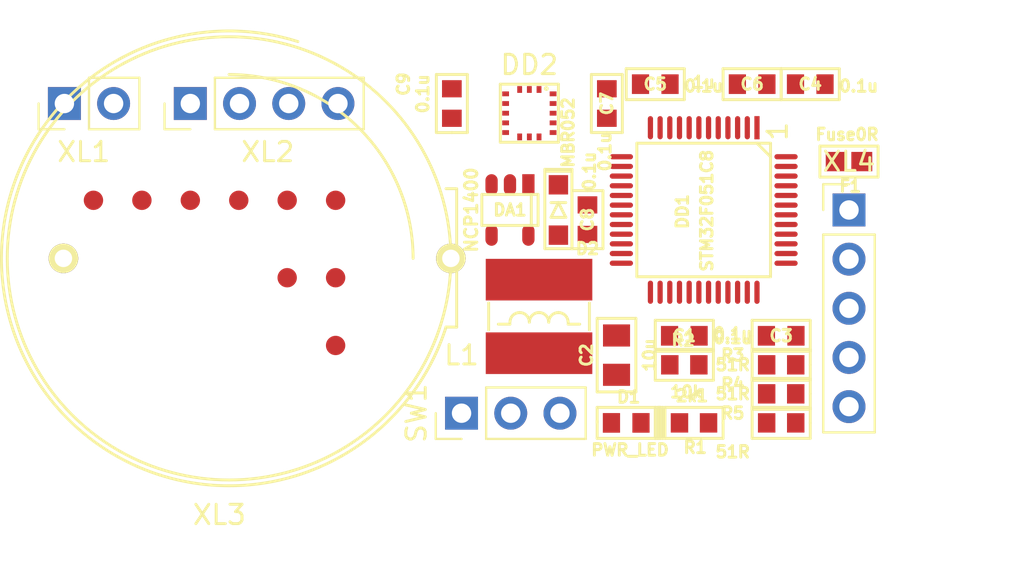
<source format=kicad_pcb>
(kicad_pcb (version 4) (host pcbnew 4.0.2-stable)

  (general
    (links 76)
    (no_connects 76)
    (area 165.97585 45.375 223 75.700001)
    (thickness 1.6)
    (drawings 2)
    (tracks 0)
    (zones 0)
    (modules 35)
    (nets 55)
  )

  (page A4)
  (layers
    (0 F.Cu signal)
    (31 B.Cu signal)
    (32 B.Adhes user)
    (33 F.Adhes user)
    (34 B.Paste user)
    (35 F.Paste user)
    (36 B.SilkS user)
    (37 F.SilkS user)
    (38 B.Mask user)
    (39 F.Mask user)
    (40 Dwgs.User user)
    (41 Cmts.User user)
    (42 Eco1.User user)
    (43 Eco2.User user)
    (44 Edge.Cuts user)
    (45 Margin user)
    (46 B.CrtYd user)
    (47 F.CrtYd user)
    (48 B.Fab user)
    (49 F.Fab user)
  )

  (setup
    (last_trace_width 0.25)
    (trace_clearance 0.2)
    (zone_clearance 0.508)
    (zone_45_only no)
    (trace_min 0.2)
    (segment_width 0.2)
    (edge_width 0.15)
    (via_size 0.8)
    (via_drill 0.4)
    (via_min_size 0.4)
    (via_min_drill 0.3)
    (uvia_size 0.7)
    (uvia_drill 0.3)
    (uvias_allowed no)
    (uvia_min_size 0.2)
    (uvia_min_drill 0.1)
    (pcb_text_width 0.3)
    (pcb_text_size 1.5 1.5)
    (mod_edge_width 0.15)
    (mod_text_size 1 1)
    (mod_text_width 0.15)
    (pad_size 1.524 1.524)
    (pad_drill 0.762)
    (pad_to_mask_clearance 0.2)
    (aux_axis_origin 0 0)
    (visible_elements 7FFFF7FF)
    (pcbplotparams
      (layerselection 0x00030_80000001)
      (usegerberextensions false)
      (excludeedgelayer true)
      (linewidth 0.100000)
      (plotframeref false)
      (viasonmask false)
      (mode 1)
      (useauxorigin false)
      (hpglpennumber 1)
      (hpglpenspeed 20)
      (hpglpendiameter 15)
      (hpglpenoverlay 2)
      (psnegative false)
      (psa4output false)
      (plotreference true)
      (plotvalue true)
      (plotinvisibletext false)
      (padsonsilk false)
      (subtractmaskfromsilk false)
      (outputformat 1)
      (mirror false)
      (drillshape 1)
      (scaleselection 1)
      (outputdirectory ""))
  )

  (net 0 "")
  (net 1 +BATT)
  (net 2 GND)
  (net 3 +3.3V)
  (net 4 "Net-(D1-PadA)")
  (net 5 "Net-(D2-PadA)")
  (net 6 "Net-(DA1-Pad3)")
  (net 7 "Net-(DD1-Pad2)")
  (net 8 "Net-(DD1-Pad3)")
  (net 9 "Net-(DD1-Pad4)")
  (net 10 "Net-(DD1-Pad5)")
  (net 11 "Net-(DD1-Pad6)")
  (net 12 "Net-(DD1-Pad7)")
  (net 13 "Net-(DD1-Pad10)")
  (net 14 /LED_RED)
  (net 15 /LED_GREEN)
  (net 16 /LED_BLUE)
  (net 17 /LIS_CS)
  (net 18 /LIS_SCK)
  (net 19 /LIS_SDO)
  (net 20 /LIS_SDI)
  (net 21 /LIS_INT1)
  (net 22 /LIS_INT2)
  (net 23 "Net-(DD1-Pad20)")
  (net 24 "Net-(DD1-Pad21)")
  (net 25 "Net-(DD1-Pad22)")
  (net 26 "Net-(DD1-Pad25)")
  (net 27 "Net-(DD1-Pad26)")
  (net 28 "Net-(DD1-Pad27)")
  (net 29 "Net-(DD1-Pad28)")
  (net 30 "Net-(DD1-Pad29)")
  (net 31 /DBG_TX)
  (net 32 "Net-(DD1-Pad31)")
  (net 33 "Net-(DD1-Pad32)")
  (net 34 "Net-(DD1-Pad33)")
  (net 35 /SWDIO)
  (net 36 "Net-(DD1-Pad35)")
  (net 37 "Net-(DD1-Pad36)")
  (net 38 /SWCLK)
  (net 39 "Net-(DD1-Pad38)")
  (net 40 "Net-(DD1-Pad39)")
  (net 41 "Net-(DD1-Pad40)")
  (net 42 "Net-(DD1-Pad41)")
  (net 43 "Net-(DD1-Pad42)")
  (net 44 "Net-(DD1-Pad43)")
  (net 45 "Net-(DD1-Pad45)")
  (net 46 "Net-(DD1-Pad46)")
  (net 47 "Net-(DD2-Pad2)")
  (net 48 "Net-(DD2-Pad3)")
  (net 49 "Net-(F1-Pad1)")
  (net 50 "Net-(R3-Pad1)")
  (net 51 "Net-(R4-Pad1)")
  (net 52 "Net-(R5-Pad1)")
  (net 53 /BAT_IN)
  (net 54 "Net-(SW1-Pad3)")

  (net_class Default "This is the default net class."
    (clearance 0.2)
    (trace_width 0.25)
    (via_dia 0.8)
    (via_drill 0.4)
    (uvia_dia 0.7)
    (uvia_drill 0.3)
    (add_net +BATT)
    (add_net /DBG_TX)
    (add_net /LED_BLUE)
    (add_net /LED_GREEN)
    (add_net /LED_RED)
    (add_net /LIS_CS)
    (add_net /LIS_INT1)
    (add_net /LIS_INT2)
    (add_net /LIS_SCK)
    (add_net /LIS_SDI)
    (add_net /LIS_SDO)
    (add_net /SWCLK)
    (add_net /SWDIO)
    (add_net "Net-(D1-PadA)")
    (add_net "Net-(D2-PadA)")
    (add_net "Net-(DA1-Pad3)")
    (add_net "Net-(DD1-Pad10)")
    (add_net "Net-(DD1-Pad2)")
    (add_net "Net-(DD1-Pad20)")
    (add_net "Net-(DD1-Pad21)")
    (add_net "Net-(DD1-Pad22)")
    (add_net "Net-(DD1-Pad25)")
    (add_net "Net-(DD1-Pad26)")
    (add_net "Net-(DD1-Pad27)")
    (add_net "Net-(DD1-Pad28)")
    (add_net "Net-(DD1-Pad29)")
    (add_net "Net-(DD1-Pad3)")
    (add_net "Net-(DD1-Pad31)")
    (add_net "Net-(DD1-Pad32)")
    (add_net "Net-(DD1-Pad33)")
    (add_net "Net-(DD1-Pad35)")
    (add_net "Net-(DD1-Pad36)")
    (add_net "Net-(DD1-Pad38)")
    (add_net "Net-(DD1-Pad39)")
    (add_net "Net-(DD1-Pad4)")
    (add_net "Net-(DD1-Pad40)")
    (add_net "Net-(DD1-Pad41)")
    (add_net "Net-(DD1-Pad42)")
    (add_net "Net-(DD1-Pad43)")
    (add_net "Net-(DD1-Pad45)")
    (add_net "Net-(DD1-Pad46)")
    (add_net "Net-(DD1-Pad5)")
    (add_net "Net-(DD1-Pad6)")
    (add_net "Net-(DD1-Pad7)")
    (add_net "Net-(DD2-Pad2)")
    (add_net "Net-(DD2-Pad3)")
    (add_net "Net-(F1-Pad1)")
    (add_net "Net-(R3-Pad1)")
    (add_net "Net-(R4-Pad1)")
    (add_net "Net-(R5-Pad1)")
    (add_net "Net-(SW1-Pad3)")
  )

  (net_class PWR ""
    (clearance 0.3)
    (trace_width 0.5)
    (via_dia 0.8)
    (via_drill 0.4)
    (uvia_dia 0.7)
    (uvia_drill 0.3)
    (add_net +3.3V)
    (add_net /BAT_IN)
    (add_net GND)
  )

  (module Capacitors:CAP_0805 (layer F.Cu) (tedit 551AC196) (tstamp 5926E62E)
    (at 198 63 90)
    (path /59259C2D)
    (attr smd)
    (fp_text reference C2 (at 0 -1.55 90) (layer F.SilkS)
      (effects (font (size 0.6 0.6) (thickness 0.15)))
    )
    (fp_text value 10u (at 0 1.69926 90) (layer F.SilkS)
      (effects (font (size 0.6 0.6) (thickness 0.15)))
    )
    (fp_line (start -1.9 -1) (end 1.9 -1) (layer F.SilkS) (width 0.15))
    (fp_line (start 1.9 -1) (end 1.9 1) (layer F.SilkS) (width 0.15))
    (fp_line (start 1.9 1) (end -1.9 1) (layer F.SilkS) (width 0.15))
    (fp_line (start -1.9 1) (end -1.9 -1) (layer F.SilkS) (width 0.15))
    (pad 1 smd rect (at -1.016 0 90) (size 1.143 1.397) (layers F.Cu F.Paste F.Mask)
      (net 1 +BATT))
    (pad 2 smd rect (at 1.016 0 90) (size 1.143 1.397) (layers F.Cu F.Paste F.Mask)
      (net 2 GND))
    (model 3d\c_0805.wrl
      (at (xyz 0 0 0))
      (scale (xyz 1 1 1))
      (rotate (xyz 0 0 0))
    )
  )

  (module Capacitors:CAP_0603 (layer F.Cu) (tedit 592832CA) (tstamp 5926E634)
    (at 206.5 62)
    (path /59262252)
    (attr smd)
    (fp_text reference C3 (at 0 0) (layer F.SilkS)
      (effects (font (size 0.6 0.6) (thickness 0.15)))
    )
    (fp_text value 0.1u (at -2.5 -0.1) (layer F.SilkS)
      (effects (font (size 0.6 0.6) (thickness 0.15)))
    )
    (fp_line (start -1.5 0) (end -1.5 -0.8) (layer F.SilkS) (width 0.15))
    (fp_line (start -1.5 -0.8) (end 1.5 -0.8) (layer F.SilkS) (width 0.15))
    (fp_line (start 1.5 -0.8) (end 1.5 0.8) (layer F.SilkS) (width 0.15))
    (fp_line (start 1.5 0.8) (end -1.5 0.8) (layer F.SilkS) (width 0.15))
    (fp_line (start -1.5 0.8) (end -1.5 0) (layer F.SilkS) (width 0.15))
    (pad 1 smd rect (at -0.762 0) (size 0.889 1.016) (layers F.Cu F.Paste F.Mask)
      (net 3 +3.3V))
    (pad 2 smd rect (at 0.762 0) (size 0.889 1.016) (layers F.Cu F.Paste F.Mask)
      (net 2 GND))
    (model 3d\c_0603.wrl
      (at (xyz 0 0 0))
      (scale (xyz 1 1 1))
      (rotate (xyz 0 0 0))
    )
  )

  (module Capacitors:CAP_0603 (layer F.Cu) (tedit 58AEB3E2) (tstamp 5926E63A)
    (at 208 49 180)
    (path /5926220D)
    (attr smd)
    (fp_text reference C4 (at 0 0 180) (layer F.SilkS)
      (effects (font (size 0.6 0.6) (thickness 0.15)))
    )
    (fp_text value 0.1u (at -2.5 -0.1 180) (layer F.SilkS)
      (effects (font (size 0.6 0.6) (thickness 0.15)))
    )
    (fp_line (start -1.5 0) (end -1.5 -0.8) (layer F.SilkS) (width 0.15))
    (fp_line (start -1.5 -0.8) (end 1.5 -0.8) (layer F.SilkS) (width 0.15))
    (fp_line (start 1.5 -0.8) (end 1.5 0.8) (layer F.SilkS) (width 0.15))
    (fp_line (start 1.5 0.8) (end -1.5 0.8) (layer F.SilkS) (width 0.15))
    (fp_line (start -1.5 0.8) (end -1.5 0) (layer F.SilkS) (width 0.15))
    (pad 1 smd rect (at -0.762 0 180) (size 0.889 1.016) (layers F.Cu F.Paste F.Mask)
      (net 3 +3.3V))
    (pad 2 smd rect (at 0.762 0 180) (size 0.889 1.016) (layers F.Cu F.Paste F.Mask)
      (net 2 GND))
    (model 3d\c_0603.wrl
      (at (xyz 0 0 0))
      (scale (xyz 1 1 1))
      (rotate (xyz 0 0 0))
    )
  )

  (module Capacitors:CAP_0603 (layer F.Cu) (tedit 592831C9) (tstamp 5926E640)
    (at 200 49 180)
    (path /59261400)
    (attr smd)
    (fp_text reference C5 (at 0 0 180) (layer F.SilkS)
      (effects (font (size 0.6 0.6) (thickness 0.15)))
    )
    (fp_text value 0.1u (at -2.5 -0.1 180) (layer F.SilkS)
      (effects (font (size 0.6 0.6) (thickness 0.15)))
    )
    (fp_line (start -1.5 0) (end -1.5 -0.8) (layer F.SilkS) (width 0.15))
    (fp_line (start -1.5 -0.8) (end 1.5 -0.8) (layer F.SilkS) (width 0.15))
    (fp_line (start 1.5 -0.8) (end 1.5 0.8) (layer F.SilkS) (width 0.15))
    (fp_line (start 1.5 0.8) (end -1.5 0.8) (layer F.SilkS) (width 0.15))
    (fp_line (start -1.5 0.8) (end -1.5 0) (layer F.SilkS) (width 0.15))
    (pad 1 smd rect (at -0.762 0 180) (size 0.889 1.016) (layers F.Cu F.Paste F.Mask)
      (net 3 +3.3V))
    (pad 2 smd rect (at 0.762 0 180) (size 0.889 1.016) (layers F.Cu F.Paste F.Mask)
      (net 2 GND))
    (model 3d\c_0603.wrl
      (at (xyz 0 0 0))
      (scale (xyz 1 1 1))
      (rotate (xyz 0 0 0))
    )
  )

  (module Capacitors:CAP_0603 (layer F.Cu) (tedit 5928319D) (tstamp 5926E646)
    (at 205 49)
    (path /592613A9)
    (attr smd)
    (fp_text reference C6 (at 0 0) (layer F.SilkS)
      (effects (font (size 0.6 0.6) (thickness 0.15)))
    )
    (fp_text value 1u (at -2.5 -0.1) (layer F.SilkS)
      (effects (font (size 0.6 0.6) (thickness 0.15)))
    )
    (fp_line (start -1.5 0) (end -1.5 -0.8) (layer F.SilkS) (width 0.15))
    (fp_line (start -1.5 -0.8) (end 1.5 -0.8) (layer F.SilkS) (width 0.15))
    (fp_line (start 1.5 -0.8) (end 1.5 0.8) (layer F.SilkS) (width 0.15))
    (fp_line (start 1.5 0.8) (end -1.5 0.8) (layer F.SilkS) (width 0.15))
    (fp_line (start -1.5 0.8) (end -1.5 0) (layer F.SilkS) (width 0.15))
    (pad 1 smd rect (at -0.762 0) (size 0.889 1.016) (layers F.Cu F.Paste F.Mask)
      (net 3 +3.3V))
    (pad 2 smd rect (at 0.762 0) (size 0.889 1.016) (layers F.Cu F.Paste F.Mask)
      (net 2 GND))
    (model 3d\c_0603.wrl
      (at (xyz 0 0 0))
      (scale (xyz 1 1 1))
      (rotate (xyz 0 0 0))
    )
  )

  (module Capacitors:CAP_0603 (layer F.Cu) (tedit 58AEB3E2) (tstamp 5926E64C)
    (at 197.5 50 90)
    (path /5925A225)
    (attr smd)
    (fp_text reference C7 (at 0 0 90) (layer F.SilkS)
      (effects (font (size 0.6 0.6) (thickness 0.15)))
    )
    (fp_text value 0.1u (at -2.5 -0.1 90) (layer F.SilkS)
      (effects (font (size 0.6 0.6) (thickness 0.15)))
    )
    (fp_line (start -1.5 0) (end -1.5 -0.8) (layer F.SilkS) (width 0.15))
    (fp_line (start -1.5 -0.8) (end 1.5 -0.8) (layer F.SilkS) (width 0.15))
    (fp_line (start 1.5 -0.8) (end 1.5 0.8) (layer F.SilkS) (width 0.15))
    (fp_line (start 1.5 0.8) (end -1.5 0.8) (layer F.SilkS) (width 0.15))
    (fp_line (start -1.5 0.8) (end -1.5 0) (layer F.SilkS) (width 0.15))
    (pad 1 smd rect (at -0.762 0 90) (size 0.889 1.016) (layers F.Cu F.Paste F.Mask)
      (net 3 +3.3V))
    (pad 2 smd rect (at 0.762 0 90) (size 0.889 1.016) (layers F.Cu F.Paste F.Mask)
      (net 2 GND))
    (model 3d\c_0603.wrl
      (at (xyz 0 0 0))
      (scale (xyz 1 1 1))
      (rotate (xyz 0 0 0))
    )
  )

  (module Capacitors:CAP_0603 (layer F.Cu) (tedit 58AEB3E2) (tstamp 5926E652)
    (at 196.5 56 270)
    (path /5925A288)
    (attr smd)
    (fp_text reference C8 (at 0 0 270) (layer F.SilkS)
      (effects (font (size 0.6 0.6) (thickness 0.15)))
    )
    (fp_text value 0.1u (at -2.5 -0.1 270) (layer F.SilkS)
      (effects (font (size 0.6 0.6) (thickness 0.15)))
    )
    (fp_line (start -1.5 0) (end -1.5 -0.8) (layer F.SilkS) (width 0.15))
    (fp_line (start -1.5 -0.8) (end 1.5 -0.8) (layer F.SilkS) (width 0.15))
    (fp_line (start 1.5 -0.8) (end 1.5 0.8) (layer F.SilkS) (width 0.15))
    (fp_line (start 1.5 0.8) (end -1.5 0.8) (layer F.SilkS) (width 0.15))
    (fp_line (start -1.5 0.8) (end -1.5 0) (layer F.SilkS) (width 0.15))
    (pad 1 smd rect (at -0.762 0 270) (size 0.889 1.016) (layers F.Cu F.Paste F.Mask)
      (net 3 +3.3V))
    (pad 2 smd rect (at 0.762 0 270) (size 0.889 1.016) (layers F.Cu F.Paste F.Mask)
      (net 2 GND))
    (model 3d\c_0603.wrl
      (at (xyz 0 0 0))
      (scale (xyz 1 1 1))
      (rotate (xyz 0 0 0))
    )
  )

  (module Capacitors:CAP_0603 (layer F.Cu) (tedit 59283138) (tstamp 5926E658)
    (at 189.5 50 90)
    (path /5926E5F8)
    (attr smd)
    (fp_text reference C9 (at 1 -2.5 90) (layer F.SilkS)
      (effects (font (size 0.6 0.6) (thickness 0.15)))
    )
    (fp_text value 0.1u (at 0.5 -1.5 90) (layer F.SilkS)
      (effects (font (size 0.6 0.6) (thickness 0.15)))
    )
    (fp_line (start -1.5 0) (end -1.5 -0.8) (layer F.SilkS) (width 0.15))
    (fp_line (start -1.5 -0.8) (end 1.5 -0.8) (layer F.SilkS) (width 0.15))
    (fp_line (start 1.5 -0.8) (end 1.5 0.8) (layer F.SilkS) (width 0.15))
    (fp_line (start 1.5 0.8) (end -1.5 0.8) (layer F.SilkS) (width 0.15))
    (fp_line (start -1.5 0.8) (end -1.5 0) (layer F.SilkS) (width 0.15))
    (pad 1 smd rect (at -0.762 0 90) (size 0.889 1.016) (layers F.Cu F.Paste F.Mask)
      (net 3 +3.3V))
    (pad 2 smd rect (at 0.762 0 90) (size 0.889 1.016) (layers F.Cu F.Paste F.Mask)
      (net 2 GND))
    (model 3d\c_0603.wrl
      (at (xyz 0 0 0))
      (scale (xyz 1 1 1))
      (rotate (xyz 0 0 0))
    )
  )

  (module LEDs:LED_0603 (layer F.Cu) (tedit 551AD5AC) (tstamp 5926E65E)
    (at 198.5 66.5)
    (path /5925E627)
    (attr smd)
    (fp_text reference D1 (at 0.127 -1.3335) (layer F.SilkS)
      (effects (font (size 0.6 0.6) (thickness 0.15)))
    )
    (fp_text value PWR_LED (at 0.2 1.4) (layer F.SilkS)
      (effects (font (size 0.6 0.6) (thickness 0.15)))
    )
    (fp_line (start 1.7 -0.8) (end 1.9 -0.8) (layer F.SilkS) (width 0.15))
    (fp_line (start 1.9 -0.8) (end 1.9 0.8) (layer F.SilkS) (width 0.15))
    (fp_line (start 1.9 0.8) (end 1.7 0.8) (layer F.SilkS) (width 0.15))
    (fp_line (start 1.5 -0.8) (end 1.65 -0.8) (layer F.SilkS) (width 0.15))
    (fp_line (start 1.65 -0.8) (end 1.65 0.8) (layer F.SilkS) (width 0.15))
    (fp_line (start 1.65 0.8) (end 1.5 0.8) (layer F.SilkS) (width 0.15))
    (fp_line (start 1.5 0.8) (end 1.75 0.8) (layer F.SilkS) (width 0.15))
    (fp_line (start 1.75 0.8) (end 1.75 -0.8) (layer F.SilkS) (width 0.15))
    (fp_line (start 1.75 -0.8) (end 1.65 -0.8) (layer F.SilkS) (width 0.15))
    (fp_line (start -1.5 0) (end -1.5 -0.8) (layer F.SilkS) (width 0.15))
    (fp_line (start -1.5 -0.8) (end 1.5 -0.8) (layer F.SilkS) (width 0.15))
    (fp_line (start 1.5 -0.8) (end 1.5 0.8) (layer F.SilkS) (width 0.15))
    (fp_line (start 1.5 0.8) (end -1.5 0.8) (layer F.SilkS) (width 0.15))
    (fp_line (start -1.5 0.8) (end -1.5 -0.1) (layer F.SilkS) (width 0.15))
    (pad A smd rect (at -0.762 0) (size 0.889 1.016) (layers F.Cu F.Paste F.Mask)
      (net 4 "Net-(D1-PadA)"))
    (pad C smd rect (at 0.762 0) (size 0.889 1.016) (layers F.Cu F.Paste F.Mask)
      (net 2 GND))
    (model smd/chip_cms.wrl
      (at (xyz 0 0 0))
      (scale (xyz 0.1 0.1 0.1))
      (rotate (xyz 0 0 0))
    )
  )

  (module Diodes:SOD323 (layer F.Cu) (tedit 59282FED) (tstamp 5926E664)
    (at 195 55.5 270)
    (path /5925A01E)
    (attr smd)
    (fp_text reference D2 (at 2 -1.5 360) (layer F.SilkS)
      (effects (font (size 0.59944 0.59944) (thickness 0.14986)))
    )
    (fp_text value MBR052 (at -4 -0.5 270) (layer F.SilkS)
      (effects (font (size 0.59944 0.59944) (thickness 0.14986)))
    )
    (fp_line (start -2 -0.7) (end -2.1 -0.7) (layer F.SilkS) (width 0.15))
    (fp_line (start -2.1 -0.7) (end -2.1 0.7) (layer F.SilkS) (width 0.15))
    (fp_line (start -2.1 0.7) (end -2 0.7) (layer F.SilkS) (width 0.15))
    (fp_line (start -2 -0.7) (end 2 -0.7) (layer F.SilkS) (width 0.15))
    (fp_line (start 2 -0.7) (end 2 0.7) (layer F.SilkS) (width 0.15))
    (fp_line (start 2 0.7) (end -2 0.7) (layer F.SilkS) (width 0.15))
    (fp_line (start -2 0.7) (end -2 -0.7) (layer F.SilkS) (width 0.15))
    (fp_line (start -0.381 0.381) (end -0.381 -0.381) (layer F.SilkS) (width 0.15))
    (fp_line (start 0.381 0) (end 0.381 -0.381) (layer F.SilkS) (width 0.15))
    (fp_line (start 0.381 -0.381) (end -0.381 0) (layer F.SilkS) (width 0.15))
    (fp_line (start -0.381 0) (end 0.381 0.381) (layer F.SilkS) (width 0.15))
    (fp_line (start 0.381 0.381) (end 0.381 0) (layer F.SilkS) (width 0.15))
    (pad C smd rect (at -1.30048 0 270) (size 1.00076 1.00076) (layers F.Cu F.Paste F.Mask)
      (net 3 +3.3V))
    (pad A smd rect (at 1.30048 0 270) (size 1.00076 1.00076) (layers F.Cu F.Paste F.Mask)
      (net 5 "Net-(D2-PadA)"))
    (model smd/chip_cms.wrl
      (at (xyz 0 0 0))
      (scale (xyz 0.17 0.16 0.16))
      (rotate (xyz 0 0 0))
    )
  )

  (module SOT:SOT23-5 (layer F.Cu) (tedit 59282FF7) (tstamp 5926E66D)
    (at 192.5 55.5 180)
    (path /59259AD7)
    (fp_text reference DA1 (at 0 0 360) (layer F.SilkS)
      (effects (font (size 0.6 0.6) (thickness 0.15)))
    )
    (fp_text value NCP1400 (at 2 0 270) (layer F.SilkS)
      (effects (font (size 0.635 0.635) (thickness 0.14986)))
    )
    (fp_line (start -1.1 0.8) (end -1.1 -0.8) (layer F.SilkS) (width 0.15))
    (fp_line (start -1.45034 0.8001) (end -1.45034 -0.8001) (layer F.SilkS) (width 0.14986))
    (fp_line (start -1.45034 -0.8001) (end 1.45034 -0.8001) (layer F.SilkS) (width 0.14986))
    (fp_line (start 1.45034 -0.8001) (end 1.45034 0.8001) (layer F.SilkS) (width 0.14986))
    (fp_line (start 1.45034 0.8001) (end -1.45034 0.8001) (layer F.SilkS) (width 0.14986))
    (pad 1 smd rect (at -0.95 1.3 180) (size 0.635 1.1) (layers F.Cu F.Paste F.Mask)
      (net 3 +3.3V))
    (pad 2 smd oval (at 0 1.3 180) (size 0.635 1.1) (layers F.Cu F.Paste F.Mask)
      (net 3 +3.3V))
    (pad 3 smd oval (at 0.95 1.3 180) (size 0.635 1.1) (layers F.Cu F.Paste F.Mask)
      (net 6 "Net-(DA1-Pad3)"))
    (pad 4 smd oval (at 0.95 -1.3 180) (size 0.635 1.1) (layers F.Cu F.Paste F.Mask)
      (net 2 GND))
    (pad 5 smd oval (at -0.95 -1.3 180) (size 0.635 1.1) (layers F.Cu F.Paste F.Mask)
      (net 5 "Net-(D2-PadA)"))
    (model 3d\sot23-6.wrl
      (at (xyz 0 0 0))
      (scale (xyz 1 1 1))
      (rotate (xyz 0 0 0))
    )
  )

  (module LQFP_TQFP:LQFP48 (layer F.Cu) (tedit 59282EE1) (tstamp 5926E6A1)
    (at 202.5 55.5 270)
    (path /59259196)
    (fp_text reference DD1 (at 0.08 1.1 270) (layer F.SilkS)
      (effects (font (size 0.59944 0.59944) (thickness 0.14986)))
    )
    (fp_text value STM32F051C8 (at 0.04 -0.16 450) (layer F.SilkS)
      (effects (font (size 0.59944 0.59944) (thickness 0.14986)))
    )
    (fp_text user 1 (at -4.064 -3.81 270) (layer F.SilkS)
      (effects (font (size 1 1) (thickness 0.15)))
    )
    (fp_line (start -3.45 -2.75) (end -2.75 -3.45) (layer F.SilkS) (width 0.15))
    (fp_line (start 0 -3.45) (end 3.45 -3.45) (layer F.SilkS) (width 0.15))
    (fp_line (start 3.45 -3.45) (end 3.45 3.45) (layer F.SilkS) (width 0.15))
    (fp_line (start 3.45 3.45) (end -3.45 3.45) (layer F.SilkS) (width 0.15))
    (fp_line (start -3.45 3.45) (end -3.45 -3.45) (layer F.SilkS) (width 0.15))
    (fp_line (start -3.45 -3.45) (end 0 -3.45) (layer F.SilkS) (width 0.15))
    (pad 1 smd rect (at -4.25 -2.75 270) (size 1.2 0.27) (layers F.Cu F.Paste F.Mask)
      (net 3 +3.3V))
    (pad 2 smd oval (at -4.25 -2.25 270) (size 1.2 0.27) (layers F.Cu F.Paste F.Mask)
      (net 7 "Net-(DD1-Pad2)"))
    (pad 3 smd oval (at -4.25 -1.75 270) (size 1.2 0.27) (layers F.Cu F.Paste F.Mask)
      (net 8 "Net-(DD1-Pad3)"))
    (pad 4 smd oval (at -4.25 -1.25 270) (size 1.2 0.27) (layers F.Cu F.Paste F.Mask)
      (net 9 "Net-(DD1-Pad4)"))
    (pad 5 smd oval (at -4.25 -0.75 270) (size 1.2 0.27) (layers F.Cu F.Paste F.Mask)
      (net 10 "Net-(DD1-Pad5)"))
    (pad 6 smd oval (at -4.25 -0.25 270) (size 1.2 0.27) (layers F.Cu F.Paste F.Mask)
      (net 11 "Net-(DD1-Pad6)"))
    (pad 7 smd oval (at -4.25 0.25 270) (size 1.2 0.27) (layers F.Cu F.Paste F.Mask)
      (net 12 "Net-(DD1-Pad7)"))
    (pad 8 smd oval (at -4.25 0.75 270) (size 1.2 0.27) (layers F.Cu F.Paste F.Mask)
      (net 2 GND))
    (pad 9 smd oval (at -4.25 1.25 270) (size 1.2 0.27) (layers F.Cu F.Paste F.Mask)
      (net 3 +3.3V))
    (pad 10 smd oval (at -4.25 1.75 270) (size 1.2 0.27) (layers F.Cu F.Paste F.Mask)
      (net 13 "Net-(DD1-Pad10)"))
    (pad 11 smd oval (at -4.25 2.25 270) (size 1.2 0.27) (layers F.Cu F.Paste F.Mask)
      (net 14 /LED_RED))
    (pad 12 smd oval (at -4.25 2.75 270) (size 1.2 0.27) (layers F.Cu F.Paste F.Mask)
      (net 15 /LED_GREEN))
    (pad 13 smd oval (at -2.75 4.25) (size 1.2 0.27) (layers F.Cu F.Paste F.Mask)
      (net 16 /LED_BLUE))
    (pad 14 smd oval (at -2.25 4.25) (size 1.2 0.27) (layers F.Cu F.Paste F.Mask)
      (net 17 /LIS_CS))
    (pad 15 smd oval (at -1.75 4.25) (size 1.2 0.27) (layers F.Cu F.Paste F.Mask)
      (net 18 /LIS_SCK))
    (pad 16 smd oval (at -1.25 4.25) (size 1.2 0.27) (layers F.Cu F.Paste F.Mask)
      (net 19 /LIS_SDO))
    (pad 17 smd oval (at -0.75 4.25) (size 1.2 0.27) (layers F.Cu F.Paste F.Mask)
      (net 20 /LIS_SDI))
    (pad 18 smd oval (at -0.25 4.25) (size 1.2 0.27) (layers F.Cu F.Paste F.Mask)
      (net 21 /LIS_INT1))
    (pad 19 smd oval (at 0.25 4.25) (size 1.2 0.27) (layers F.Cu F.Paste F.Mask)
      (net 22 /LIS_INT2))
    (pad 20 smd oval (at 0.75 4.25) (size 1.2 0.27) (layers F.Cu F.Paste F.Mask)
      (net 23 "Net-(DD1-Pad20)"))
    (pad 21 smd oval (at 1.25 4.25) (size 1.2 0.27) (layers F.Cu F.Paste F.Mask)
      (net 24 "Net-(DD1-Pad21)"))
    (pad 22 smd oval (at 1.75 4.25) (size 1.2 0.27) (layers F.Cu F.Paste F.Mask)
      (net 25 "Net-(DD1-Pad22)"))
    (pad 23 smd oval (at 2.25 4.25) (size 1.2 0.27) (layers F.Cu F.Paste F.Mask)
      (net 2 GND))
    (pad 24 smd oval (at 2.75 4.25) (size 1.2 0.27) (layers F.Cu F.Paste F.Mask)
      (net 3 +3.3V))
    (pad 25 smd oval (at 4.25 2.75 270) (size 1.2 0.27) (layers F.Cu F.Paste F.Mask)
      (net 26 "Net-(DD1-Pad25)"))
    (pad 26 smd oval (at 4.25 2.25 270) (size 1.2 0.27) (layers F.Cu F.Paste F.Mask)
      (net 27 "Net-(DD1-Pad26)"))
    (pad 27 smd oval (at 4.25 1.75 270) (size 1.2 0.27) (layers F.Cu F.Paste F.Mask)
      (net 28 "Net-(DD1-Pad27)"))
    (pad 28 smd oval (at 4.25 1.25 270) (size 1.2 0.27) (layers F.Cu F.Paste F.Mask)
      (net 29 "Net-(DD1-Pad28)"))
    (pad 29 smd oval (at 4.25 0.75 270) (size 1.2 0.27) (layers F.Cu F.Paste F.Mask)
      (net 30 "Net-(DD1-Pad29)"))
    (pad 30 smd oval (at 4.25 0.25 270) (size 1.2 0.27) (layers F.Cu F.Paste F.Mask)
      (net 31 /DBG_TX))
    (pad 31 smd oval (at 4.25 -0.25 270) (size 1.2 0.27) (layers F.Cu F.Paste F.Mask)
      (net 32 "Net-(DD1-Pad31)"))
    (pad 32 smd oval (at 4.25 -0.75 270) (size 1.2 0.27) (layers F.Cu F.Paste F.Mask)
      (net 33 "Net-(DD1-Pad32)"))
    (pad 33 smd oval (at 4.25 -1.25 270) (size 1.2 0.27) (layers F.Cu F.Paste F.Mask)
      (net 34 "Net-(DD1-Pad33)"))
    (pad 34 smd oval (at 4.25 -1.75 270) (size 1.2 0.27) (layers F.Cu F.Paste F.Mask)
      (net 35 /SWDIO))
    (pad 35 smd oval (at 4.25 -2.25 270) (size 1.2 0.27) (layers F.Cu F.Paste F.Mask)
      (net 36 "Net-(DD1-Pad35)"))
    (pad 36 smd oval (at 4.25 -2.75 270) (size 1.2 0.27) (layers F.Cu F.Paste F.Mask)
      (net 37 "Net-(DD1-Pad36)"))
    (pad 37 smd oval (at 2.75 -4.25) (size 1.2 0.27) (layers F.Cu F.Paste F.Mask)
      (net 38 /SWCLK))
    (pad 38 smd oval (at 2.25 -4.25) (size 1.2 0.27) (layers F.Cu F.Paste F.Mask)
      (net 39 "Net-(DD1-Pad38)"))
    (pad 39 smd oval (at 1.75 -4.25) (size 1.2 0.27) (layers F.Cu F.Paste F.Mask)
      (net 40 "Net-(DD1-Pad39)"))
    (pad 40 smd oval (at 1.25 -4.25) (size 1.2 0.27) (layers F.Cu F.Paste F.Mask)
      (net 41 "Net-(DD1-Pad40)"))
    (pad 41 smd oval (at 0.75 -4.25) (size 1.2 0.27) (layers F.Cu F.Paste F.Mask)
      (net 42 "Net-(DD1-Pad41)"))
    (pad 42 smd oval (at 0.25 -4.25) (size 1.2 0.27) (layers F.Cu F.Paste F.Mask)
      (net 43 "Net-(DD1-Pad42)"))
    (pad 43 smd oval (at -0.25 -4.25) (size 1.2 0.27) (layers F.Cu F.Paste F.Mask)
      (net 44 "Net-(DD1-Pad43)"))
    (pad 44 smd oval (at -0.75 -4.25) (size 1.2 0.27) (layers F.Cu F.Paste F.Mask)
      (net 2 GND))
    (pad 45 smd oval (at -1.25 -4.25) (size 1.2 0.27) (layers F.Cu F.Paste F.Mask)
      (net 45 "Net-(DD1-Pad45)"))
    (pad 46 smd oval (at -1.75 -4.25) (size 1.2 0.27) (layers F.Cu F.Paste F.Mask)
      (net 46 "Net-(DD1-Pad46)"))
    (pad 47 smd oval (at -2.25 -4.25) (size 1.2 0.27) (layers F.Cu F.Paste F.Mask)
      (net 2 GND))
    (pad 48 smd oval (at -2.75 -4.25) (size 1.2 0.27) (layers F.Cu F.Paste F.Mask)
      (net 3 +3.3V))
    (model 3d\lqfp-48.wrl
      (at (xyz 0 0 0))
      (scale (xyz 1 1 1))
      (rotate (xyz 0 0 90))
    )
  )

  (module LGA:16_3X3 (layer F.Cu) (tedit 59283001) (tstamp 5926E6B5)
    (at 193.5 50.5)
    (path /592592CE)
    (fp_text reference DD2 (at 0 -2.5) (layer F.SilkS)
      (effects (font (size 1 1) (thickness 0.15)))
    )
    (fp_text value LIS331 (at -0.5 -4 180) (layer F.Fab)
      (effects (font (size 1 1) (thickness 0.15)))
    )
    (fp_circle (center 0.875 -1.275) (end 0.875 -1.25) (layer F.SilkS) (width 0.1))
    (fp_line (start 0 -1.5) (end -1.5 -1.5) (layer F.SilkS) (width 0.15))
    (fp_line (start -1.5 -1.5) (end -1.5 1.5) (layer F.SilkS) (width 0.15))
    (fp_line (start -1.5 1.5) (end 1.5 1.5) (layer F.SilkS) (width 0.15))
    (fp_line (start 1.5 1.5) (end 1.5 -1.5) (layer F.SilkS) (width 0.15))
    (fp_line (start 1.5 -1.5) (end 0 -1.5) (layer F.SilkS) (width 0.15))
    (pad 1 smd rect (at 1.225 -1) (size 0.35 0.25) (layers F.Cu F.Paste F.Mask)
      (net 3 +3.3V))
    (pad 2 smd rect (at 1.225 -0.5) (size 0.35 0.25) (layers F.Cu F.Paste F.Mask)
      (net 47 "Net-(DD2-Pad2)"))
    (pad 3 smd rect (at 1.225 0) (size 0.35 0.25) (layers F.Cu F.Paste F.Mask)
      (net 48 "Net-(DD2-Pad3)"))
    (pad 4 smd rect (at 1.225 0.5) (size 0.35 0.25) (layers F.Cu F.Paste F.Mask)
      (net 18 /LIS_SCK))
    (pad 5 smd rect (at 1.225 1) (size 0.35 0.25) (layers F.Cu F.Paste F.Mask)
      (net 2 GND))
    (pad 6 smd rect (at 0.5 1.225) (size 0.25 0.35) (layers F.Cu F.Paste F.Mask)
      (net 20 /LIS_SDI))
    (pad 7 smd rect (at 0 1.225) (size 0.25 0.35) (layers F.Cu F.Paste F.Mask)
      (net 19 /LIS_SDO))
    (pad 8 smd rect (at -0.5 1.225) (size 0.25 0.35) (layers F.Cu F.Paste F.Mask)
      (net 17 /LIS_CS))
    (pad 9 smd rect (at -1.225 1) (size 0.35 0.25) (layers F.Cu F.Paste F.Mask)
      (net 22 /LIS_INT2))
    (pad 10 smd rect (at -1.225 0.5) (size 0.35 0.25) (layers F.Cu F.Paste F.Mask)
      (net 2 GND))
    (pad 11 smd rect (at -1.225 0) (size 0.35 0.25) (layers F.Cu F.Paste F.Mask)
      (net 21 /LIS_INT1))
    (pad 12 smd rect (at -1.225 -0.5) (size 0.35 0.25) (layers F.Cu F.Paste F.Mask)
      (net 2 GND))
    (pad 13 smd rect (at -1.225 -1) (size 0.35 0.25) (layers F.Cu F.Paste F.Mask)
      (net 2 GND))
    (pad 14 smd rect (at -0.5 -1.225) (size 0.25 0.35) (layers F.Cu F.Paste F.Mask)
      (net 3 +3.3V))
    (pad 15 smd rect (at 0 -1.225) (size 0.25 0.35) (layers F.Cu F.Paste F.Mask)
      (net 3 +3.3V))
    (pad 16 smd rect (at 0.5 -1.225) (size 0.25 0.35) (layers F.Cu F.Paste F.Mask)
      (net 2 GND))
  )

  (module Resistors:RES_0603_FUSE (layer F.Cu) (tedit 5523AA7E) (tstamp 5926E6BB)
    (at 210 53 180)
    (path /5926FFCA)
    (attr smd)
    (fp_text reference F1 (at -0.0635 -1.27 180) (layer F.SilkS)
      (effects (font (size 0.6 0.6) (thickness 0.15)))
    )
    (fp_text value Fuse0R (at 0.09906 1.39954 180) (layer F.SilkS)
      (effects (font (size 0.6 0.6) (thickness 0.15)))
    )
    (fp_line (start -1.5 0) (end -1.5 -0.8) (layer F.SilkS) (width 0.15))
    (fp_line (start -1.5 -0.8) (end 1.5 -0.8) (layer F.SilkS) (width 0.15))
    (fp_line (start 1.5 -0.8) (end 1.5 0.8) (layer F.SilkS) (width 0.15))
    (fp_line (start 1.5 0.8) (end -1.5 0.8) (layer F.SilkS) (width 0.15))
    (fp_line (start -1.5 0.8) (end -1.5 0) (layer F.SilkS) (width 0.15))
    (pad 1 smd rect (at -0.66 0 180) (size 1.08 1) (layers F.Cu F.Paste F.Mask)
      (net 49 "Net-(F1-Pad1)"))
    (pad 2 smd rect (at 0.66 0 180) (size 1.08 1) (layers F.Cu F.Paste F.Mask)
      (net 3 +3.3V))
    (model 3d\r_0603.wrl
      (at (xyz 0 0 0))
      (scale (xyz 1 1 1))
      (rotate (xyz 0 0 0))
    )
  )

  (module Inductors:CD_type_6.0X5.5 (layer F.Cu) (tedit 59282F99) (tstamp 5926E6CB)
    (at 194 61)
    (path /59259DBC)
    (fp_text reference L1 (at -4 2) (layer F.SilkS)
      (effects (font (size 1 1) (thickness 0.15)))
    )
    (fp_text value L (at 0 4.5) (layer F.Fab)
      (effects (font (size 1 1) (thickness 0.15)))
    )
    (fp_line (start 1.5 0.4) (end 2.1 0.4) (layer F.SilkS) (width 0.15))
    (fp_line (start -2.1 0.4) (end -1.5 0.4) (layer F.SilkS) (width 0.15))
    (fp_arc (start 1 0.3) (end 1 -0.2) (angle 90) (layer F.SilkS) (width 0.15))
    (fp_arc (start 1 0.3) (end 0.5 0.3) (angle 90) (layer F.SilkS) (width 0.15))
    (fp_arc (start 0 0.3) (end 0 -0.2) (angle 90) (layer F.SilkS) (width 0.15))
    (fp_arc (start 0 0.3) (end -0.5 0.3) (angle 90) (layer F.SilkS) (width 0.15))
    (fp_arc (start -1 0.3) (end -1 -0.2) (angle 90) (layer F.SilkS) (width 0.15))
    (fp_arc (start -1 0.3) (end -1.5 0.3) (angle 90) (layer F.SilkS) (width 0.15))
    (fp_line (start -2.6 -0.7) (end -2.6 0.7) (layer F.SilkS) (width 0.15))
    (fp_line (start 2.6 -0.7) (end 2.6 0.7) (layer F.SilkS) (width 0.15))
    (pad 1 smd rect (at 0 -1.9) (size 5.5 2.15) (layers F.Cu F.Paste F.Mask)
      (net 5 "Net-(D2-PadA)"))
    (pad 2 smd rect (at 0 1.9) (size 5.5 2.15) (layers F.Cu F.Paste F.Mask)
      (net 1 +BATT))
  )

  (module Resistors:RES_0603 (layer F.Cu) (tedit 551BC51A) (tstamp 5926E6D1)
    (at 202 66.5 180)
    (path /5925E581)
    (attr smd)
    (fp_text reference R1 (at -0.0635 -1.27 180) (layer F.SilkS)
      (effects (font (size 0.6 0.6) (thickness 0.15)))
    )
    (fp_text value 2k1 (at 0.09906 1.39954 180) (layer F.SilkS)
      (effects (font (size 0.6 0.6) (thickness 0.15)))
    )
    (fp_line (start -1.5 0) (end -1.5 -0.8) (layer F.SilkS) (width 0.15))
    (fp_line (start -1.5 -0.8) (end 1.5 -0.8) (layer F.SilkS) (width 0.15))
    (fp_line (start 1.5 -0.8) (end 1.5 0.8) (layer F.SilkS) (width 0.15))
    (fp_line (start 1.5 0.8) (end -1.5 0.8) (layer F.SilkS) (width 0.15))
    (fp_line (start -1.5 0.8) (end -1.5 0) (layer F.SilkS) (width 0.15))
    (pad 1 smd rect (at -0.75 0 180) (size 0.9 1) (layers F.Cu F.Paste F.Mask)
      (net 41 "Net-(DD1-Pad40)"))
    (pad 2 smd rect (at 0.75 0 180) (size 0.9 1) (layers F.Cu F.Paste F.Mask)
      (net 4 "Net-(D1-PadA)"))
    (model 3d\r_0603.wrl
      (at (xyz 0 0 0))
      (scale (xyz 1 1 1))
      (rotate (xyz 0 0 0))
    )
  )

  (module Resistors:RES_0603 (layer F.Cu) (tedit 551BC51A) (tstamp 5926E6D7)
    (at 201.5 63.5)
    (path /5925BDBD)
    (attr smd)
    (fp_text reference R2 (at -0.0635 -1.27) (layer F.SilkS)
      (effects (font (size 0.6 0.6) (thickness 0.15)))
    )
    (fp_text value 10k (at 0.09906 1.39954) (layer F.SilkS)
      (effects (font (size 0.6 0.6) (thickness 0.15)))
    )
    (fp_line (start -1.5 0) (end -1.5 -0.8) (layer F.SilkS) (width 0.15))
    (fp_line (start -1.5 -0.8) (end 1.5 -0.8) (layer F.SilkS) (width 0.15))
    (fp_line (start 1.5 -0.8) (end 1.5 0.8) (layer F.SilkS) (width 0.15))
    (fp_line (start 1.5 0.8) (end -1.5 0.8) (layer F.SilkS) (width 0.15))
    (fp_line (start -1.5 0.8) (end -1.5 0) (layer F.SilkS) (width 0.15))
    (pad 1 smd rect (at -0.75 0) (size 0.9 1) (layers F.Cu F.Paste F.Mask)
      (net 13 "Net-(DD1-Pad10)"))
    (pad 2 smd rect (at 0.75 0) (size 0.9 1) (layers F.Cu F.Paste F.Mask)
      (net 1 +BATT))
    (model 3d\r_0603.wrl
      (at (xyz 0 0 0))
      (scale (xyz 1 1 1))
      (rotate (xyz 0 0 0))
    )
  )

  (module Resistors:RES_0603 (layer F.Cu) (tedit 59283171) (tstamp 5926E6DD)
    (at 206.5 63.5 180)
    (path /5925F4A3)
    (attr smd)
    (fp_text reference R3 (at 2.5 0.5 180) (layer F.SilkS)
      (effects (font (size 0.6 0.6) (thickness 0.15)))
    )
    (fp_text value 51R (at 2.5 -4.5 180) (layer F.SilkS)
      (effects (font (size 0.6 0.6) (thickness 0.15)))
    )
    (fp_line (start -1.5 0) (end -1.5 -0.8) (layer F.SilkS) (width 0.15))
    (fp_line (start -1.5 -0.8) (end 1.5 -0.8) (layer F.SilkS) (width 0.15))
    (fp_line (start 1.5 -0.8) (end 1.5 0.8) (layer F.SilkS) (width 0.15))
    (fp_line (start 1.5 0.8) (end -1.5 0.8) (layer F.SilkS) (width 0.15))
    (fp_line (start -1.5 0.8) (end -1.5 0) (layer F.SilkS) (width 0.15))
    (pad 1 smd rect (at -0.75 0 180) (size 0.9 1) (layers F.Cu F.Paste F.Mask)
      (net 50 "Net-(R3-Pad1)"))
    (pad 2 smd rect (at 0.75 0 180) (size 0.9 1) (layers F.Cu F.Paste F.Mask)
      (net 14 /LED_RED))
    (model 3d\r_0603.wrl
      (at (xyz 0 0 0))
      (scale (xyz 1 1 1))
      (rotate (xyz 0 0 0))
    )
  )

  (module Resistors:RES_0603 (layer F.Cu) (tedit 59283173) (tstamp 5926E6E3)
    (at 206.5 65 180)
    (path /5925F6C6)
    (attr smd)
    (fp_text reference R4 (at 2.5 0.5 180) (layer F.SilkS)
      (effects (font (size 0.6 0.6) (thickness 0.15)))
    )
    (fp_text value 51R (at 2.5 1.5 180) (layer F.SilkS)
      (effects (font (size 0.6 0.6) (thickness 0.15)))
    )
    (fp_line (start -1.5 0) (end -1.5 -0.8) (layer F.SilkS) (width 0.15))
    (fp_line (start -1.5 -0.8) (end 1.5 -0.8) (layer F.SilkS) (width 0.15))
    (fp_line (start 1.5 -0.8) (end 1.5 0.8) (layer F.SilkS) (width 0.15))
    (fp_line (start 1.5 0.8) (end -1.5 0.8) (layer F.SilkS) (width 0.15))
    (fp_line (start -1.5 0.8) (end -1.5 0) (layer F.SilkS) (width 0.15))
    (pad 1 smd rect (at -0.75 0 180) (size 0.9 1) (layers F.Cu F.Paste F.Mask)
      (net 51 "Net-(R4-Pad1)"))
    (pad 2 smd rect (at 0.75 0 180) (size 0.9 1) (layers F.Cu F.Paste F.Mask)
      (net 15 /LED_GREEN))
    (model 3d\r_0603.wrl
      (at (xyz 0 0 0))
      (scale (xyz 1 1 1))
      (rotate (xyz 0 0 0))
    )
  )

  (module Resistors:RES_0603 (layer F.Cu) (tedit 5928316E) (tstamp 5926E6E9)
    (at 206.5 66.5 180)
    (path /5925F894)
    (attr smd)
    (fp_text reference R5 (at 2.5 0.5 180) (layer F.SilkS)
      (effects (font (size 0.6 0.6) (thickness 0.15)))
    )
    (fp_text value 51R (at 2.5 1.5 180) (layer F.SilkS)
      (effects (font (size 0.6 0.6) (thickness 0.15)))
    )
    (fp_line (start -1.5 0) (end -1.5 -0.8) (layer F.SilkS) (width 0.15))
    (fp_line (start -1.5 -0.8) (end 1.5 -0.8) (layer F.SilkS) (width 0.15))
    (fp_line (start 1.5 -0.8) (end 1.5 0.8) (layer F.SilkS) (width 0.15))
    (fp_line (start 1.5 0.8) (end -1.5 0.8) (layer F.SilkS) (width 0.15))
    (fp_line (start -1.5 0.8) (end -1.5 0) (layer F.SilkS) (width 0.15))
    (pad 1 smd rect (at -0.75 0 180) (size 0.9 1) (layers F.Cu F.Paste F.Mask)
      (net 52 "Net-(R5-Pad1)"))
    (pad 2 smd rect (at 0.75 0 180) (size 0.9 1) (layers F.Cu F.Paste F.Mask)
      (net 16 /LED_BLUE))
    (model 3d\r_0603.wrl
      (at (xyz 0 0 0))
      (scale (xyz 1 1 1))
      (rotate (xyz 0 0 0))
    )
  )

  (module PCB:TESTPOINT_1MM (layer F.Cu) (tedit 551FD58F) (tstamp 5926E6F5)
    (at 173.5 55)
    (path /5926CD61)
    (fp_text reference TP1 (at 0 1.09982) (layer F.SilkS) hide
      (effects (font (size 0.6 0.6) (thickness 0.15)))
    )
    (fp_text value SCL (at 0 -0.89916) (layer F.SilkS) hide
      (effects (font (size 0.6 0.6) (thickness 0.15)))
    )
    (pad 1 smd circle (at 0 0) (size 1 1) (layers F.Cu F.Paste F.Mask)
      (net 45 "Net-(DD1-Pad45)"))
  )

  (module PCB:TESTPOINT_1MM (layer F.Cu) (tedit 551FD58F) (tstamp 5926E6FA)
    (at 171 55)
    (path /5926CDD0)
    (fp_text reference TP2 (at 0 1.09982) (layer F.SilkS) hide
      (effects (font (size 0.6 0.6) (thickness 0.15)))
    )
    (fp_text value SDA (at 0 -0.89916) (layer F.SilkS) hide
      (effects (font (size 0.6 0.6) (thickness 0.15)))
    )
    (pad 1 smd circle (at 0 0) (size 1 1) (layers F.Cu F.Paste F.Mask)
      (net 46 "Net-(DD1-Pad46)"))
  )

  (module PCB:TESTPOINT_1MM (layer F.Cu) (tedit 551FD58F) (tstamp 5926E6FF)
    (at 183.5 62.5)
    (path /59262C2E)
    (fp_text reference TP3 (at 0 1.09982) (layer F.SilkS) hide
      (effects (font (size 0.6 0.6) (thickness 0.15)))
    )
    (fp_text value NRST (at 0 -0.89916) (layer F.SilkS) hide
      (effects (font (size 0.6 0.6) (thickness 0.15)))
    )
    (pad 1 smd circle (at 0 0) (size 1 1) (layers F.Cu F.Paste F.Mask)
      (net 12 "Net-(DD1-Pad7)"))
  )

  (module PCB:TESTPOINT_1MM (layer F.Cu) (tedit 551FD58F) (tstamp 5926E704)
    (at 181 55)
    (path /59266165)
    (fp_text reference TP4 (at 0 1.09982) (layer F.SilkS) hide
      (effects (font (size 0.6 0.6) (thickness 0.15)))
    )
    (fp_text value SCK (at 0 -0.89916) (layer F.SilkS) hide
      (effects (font (size 0.6 0.6) (thickness 0.15)))
    )
    (pad 1 smd circle (at 0 0) (size 1 1) (layers F.Cu F.Paste F.Mask)
      (net 18 /LIS_SCK))
  )

  (module PCB:TESTPOINT_1MM (layer F.Cu) (tedit 551FD58F) (tstamp 5926E709)
    (at 176 55)
    (path /592661AE)
    (fp_text reference TP5 (at 0 1.09982) (layer F.SilkS) hide
      (effects (font (size 0.6 0.6) (thickness 0.15)))
    )
    (fp_text value SDI (at 0 -0.89916) (layer F.SilkS) hide
      (effects (font (size 0.6 0.6) (thickness 0.15)))
    )
    (pad 1 smd circle (at 0 0) (size 1 1) (layers F.Cu F.Paste F.Mask)
      (net 20 /LIS_SDI))
  )

  (module PCB:TESTPOINT_1MM (layer F.Cu) (tedit 551FD58F) (tstamp 5926E70E)
    (at 183.5 55)
    (path /592661F9)
    (fp_text reference TP6 (at 0 1.09982) (layer F.SilkS) hide
      (effects (font (size 0.6 0.6) (thickness 0.15)))
    )
    (fp_text value SDO (at 0 -0.89916) (layer F.SilkS) hide
      (effects (font (size 0.6 0.6) (thickness 0.15)))
    )
    (pad 1 smd circle (at 0 0) (size 1 1) (layers F.Cu F.Paste F.Mask)
      (net 19 /LIS_SDO))
  )

  (module PCB:TESTPOINT_1MM (layer F.Cu) (tedit 551FD58F) (tstamp 5926E713)
    (at 178.5 55)
    (path /59266246)
    (fp_text reference TP7 (at 0 1.09982) (layer F.SilkS) hide
      (effects (font (size 0.6 0.6) (thickness 0.15)))
    )
    (fp_text value CS (at 0 -0.89916) (layer F.SilkS) hide
      (effects (font (size 0.6 0.6) (thickness 0.15)))
    )
    (pad 1 smd circle (at 0 0) (size 1 1) (layers F.Cu F.Paste F.Mask)
      (net 17 /LIS_CS))
  )

  (module PCB:TESTPOINT_1MM (layer F.Cu) (tedit 551FD58F) (tstamp 5926E718)
    (at 183.5 59)
    (path /59266295)
    (fp_text reference TP8 (at 0 1.09982) (layer F.SilkS) hide
      (effects (font (size 0.6 0.6) (thickness 0.15)))
    )
    (fp_text value INT1 (at 0 -0.89916) (layer F.SilkS) hide
      (effects (font (size 0.6 0.6) (thickness 0.15)))
    )
    (pad 1 smd circle (at 0 0) (size 1 1) (layers F.Cu F.Paste F.Mask)
      (net 21 /LIS_INT1))
  )

  (module PCB:TESTPOINT_1MM (layer F.Cu) (tedit 551FD58F) (tstamp 5926E71D)
    (at 181 59)
    (path /592662E6)
    (fp_text reference TP9 (at 0 1.09982) (layer F.SilkS) hide
      (effects (font (size 0.6 0.6) (thickness 0.15)))
    )
    (fp_text value INT2 (at 0 -0.89916) (layer F.SilkS) hide
      (effects (font (size 0.6 0.6) (thickness 0.15)))
    )
    (pad 1 smd circle (at 0 0) (size 1 1) (layers F.Cu F.Paste F.Mask)
      (net 22 /LIS_INT2))
  )

  (module Socket_Strips:Socket_Strip_Straight_1x03_Pitch2.54mm (layer F.Cu) (tedit 5928301E) (tstamp 5926F2A1)
    (at 190 66 90)
    (descr "Through hole straight socket strip, 1x03, 2.54mm pitch, single row")
    (tags "Through hole socket strip THT 1x03 2.54mm single row")
    (path /592598D2)
    (fp_text reference SW1 (at 0 -2.33 90) (layer F.SilkS)
      (effects (font (size 1 1) (thickness 0.15)))
    )
    (fp_text value SWITCH (at -3 2.5 180) (layer F.Fab)
      (effects (font (size 1 1) (thickness 0.15)))
    )
    (fp_line (start -1.27 -1.27) (end -1.27 6.35) (layer F.Fab) (width 0.1))
    (fp_line (start -1.27 6.35) (end 1.27 6.35) (layer F.Fab) (width 0.1))
    (fp_line (start 1.27 6.35) (end 1.27 -1.27) (layer F.Fab) (width 0.1))
    (fp_line (start 1.27 -1.27) (end -1.27 -1.27) (layer F.Fab) (width 0.1))
    (fp_line (start -1.33 1.27) (end -1.33 6.41) (layer F.SilkS) (width 0.12))
    (fp_line (start -1.33 6.41) (end 1.33 6.41) (layer F.SilkS) (width 0.12))
    (fp_line (start 1.33 6.41) (end 1.33 1.27) (layer F.SilkS) (width 0.12))
    (fp_line (start 1.33 1.27) (end -1.33 1.27) (layer F.SilkS) (width 0.12))
    (fp_line (start -1.33 0) (end -1.33 -1.33) (layer F.SilkS) (width 0.12))
    (fp_line (start -1.33 -1.33) (end 0 -1.33) (layer F.SilkS) (width 0.12))
    (fp_line (start -1.8 -1.8) (end -1.8 6.85) (layer F.CrtYd) (width 0.05))
    (fp_line (start -1.8 6.85) (end 1.8 6.85) (layer F.CrtYd) (width 0.05))
    (fp_line (start 1.8 6.85) (end 1.8 -1.8) (layer F.CrtYd) (width 0.05))
    (fp_line (start 1.8 -1.8) (end -1.8 -1.8) (layer F.CrtYd) (width 0.05))
    (fp_text user %R (at 0 -2.33 90) (layer F.Fab)
      (effects (font (size 1 1) (thickness 0.15)))
    )
    (pad 1 thru_hole rect (at 0 0 90) (size 1.7 1.7) (drill 1) (layers *.Cu *.Mask)
      (net 53 /BAT_IN))
    (pad 2 thru_hole oval (at 0 2.54 90) (size 1.7 1.7) (drill 1) (layers *.Cu *.Mask)
      (net 1 +BATT))
    (pad 3 thru_hole oval (at 0 5.08 90) (size 1.7 1.7) (drill 1) (layers *.Cu *.Mask)
      (net 54 "Net-(SW1-Pad3)"))
    (model ${KISYS3DMOD}/Socket_Strips.3dshapes/Socket_Strip_Straight_1x03_Pitch2.54mm.wrl
      (at (xyz 0 -0.1 0))
      (scale (xyz 1 1 1))
      (rotate (xyz 0 0 270))
    )
  )

  (module Socket_Strips:Socket_Strip_Straight_1x04_Pitch2.54mm (layer F.Cu) (tedit 5928301A) (tstamp 5926F2AC)
    (at 176 50 90)
    (descr "Through hole straight socket strip, 1x04, 2.54mm pitch, single row")
    (tags "Through hole socket strip THT 1x04 2.54mm single row")
    (path /5925ACE2)
    (fp_text reference XL2 (at -2.5 4 180) (layer F.SilkS)
      (effects (font (size 1 1) (thickness 0.15)))
    )
    (fp_text value ST_SWD (at 3 4 180) (layer F.Fab)
      (effects (font (size 1 1) (thickness 0.15)))
    )
    (fp_line (start -1.27 -1.27) (end -1.27 8.89) (layer F.Fab) (width 0.1))
    (fp_line (start -1.27 8.89) (end 1.27 8.89) (layer F.Fab) (width 0.1))
    (fp_line (start 1.27 8.89) (end 1.27 -1.27) (layer F.Fab) (width 0.1))
    (fp_line (start 1.27 -1.27) (end -1.27 -1.27) (layer F.Fab) (width 0.1))
    (fp_line (start -1.33 1.27) (end -1.33 8.95) (layer F.SilkS) (width 0.12))
    (fp_line (start -1.33 8.95) (end 1.33 8.95) (layer F.SilkS) (width 0.12))
    (fp_line (start 1.33 8.95) (end 1.33 1.27) (layer F.SilkS) (width 0.12))
    (fp_line (start 1.33 1.27) (end -1.33 1.27) (layer F.SilkS) (width 0.12))
    (fp_line (start -1.33 0) (end -1.33 -1.33) (layer F.SilkS) (width 0.12))
    (fp_line (start -1.33 -1.33) (end 0 -1.33) (layer F.SilkS) (width 0.12))
    (fp_line (start -1.8 -1.8) (end -1.8 9.4) (layer F.CrtYd) (width 0.05))
    (fp_line (start -1.8 9.4) (end 1.8 9.4) (layer F.CrtYd) (width 0.05))
    (fp_line (start 1.8 9.4) (end 1.8 -1.8) (layer F.CrtYd) (width 0.05))
    (fp_line (start 1.8 -1.8) (end -1.8 -1.8) (layer F.CrtYd) (width 0.05))
    (fp_text user %R (at 4.5 4 180) (layer F.Fab)
      (effects (font (size 1 1) (thickness 0.15)))
    )
    (pad 1 thru_hole rect (at 0 0 90) (size 1.7 1.7) (drill 1) (layers *.Cu *.Mask)
      (net 3 +3.3V))
    (pad 2 thru_hole oval (at 0 2.54 90) (size 1.7 1.7) (drill 1) (layers *.Cu *.Mask)
      (net 38 /SWCLK))
    (pad 3 thru_hole oval (at 0 5.08 90) (size 1.7 1.7) (drill 1) (layers *.Cu *.Mask)
      (net 2 GND))
    (pad 4 thru_hole oval (at 0 7.62 90) (size 1.7 1.7) (drill 1) (layers *.Cu *.Mask)
      (net 35 /SWDIO))
    (model ${KISYS3DMOD}/Socket_Strips.3dshapes/Socket_Strip_Straight_1x04_Pitch2.54mm.wrl
      (at (xyz 0 -0.15 0))
      (scale (xyz 1 1 1))
      (rotate (xyz 0 0 270))
    )
  )

  (module Socket_Strips:Socket_Strip_Straight_1x05_Pitch2.54mm (layer F.Cu) (tedit 59283035) (tstamp 5926F2B8)
    (at 210 55.5)
    (descr "Through hole straight socket strip, 1x05, 2.54mm pitch, single row")
    (tags "Through hole socket strip THT 1x05 2.54mm single row")
    (path /5925EE02)
    (fp_text reference XL4 (at 0 -2.5 180) (layer F.SilkS)
      (effects (font (size 1 1) (thickness 0.15)))
    )
    (fp_text value CONN_5 (at 3 5 90) (layer F.Fab)
      (effects (font (size 1 1) (thickness 0.15)))
    )
    (fp_line (start -1.27 -1.27) (end -1.27 11.43) (layer F.Fab) (width 0.1))
    (fp_line (start -1.27 11.43) (end 1.27 11.43) (layer F.Fab) (width 0.1))
    (fp_line (start 1.27 11.43) (end 1.27 -1.27) (layer F.Fab) (width 0.1))
    (fp_line (start 1.27 -1.27) (end -1.27 -1.27) (layer F.Fab) (width 0.1))
    (fp_line (start -1.33 1.27) (end -1.33 11.49) (layer F.SilkS) (width 0.12))
    (fp_line (start -1.33 11.49) (end 1.33 11.49) (layer F.SilkS) (width 0.12))
    (fp_line (start 1.33 11.49) (end 1.33 1.27) (layer F.SilkS) (width 0.12))
    (fp_line (start 1.33 1.27) (end -1.33 1.27) (layer F.SilkS) (width 0.12))
    (fp_line (start -1.33 0) (end -1.33 -1.33) (layer F.SilkS) (width 0.12))
    (fp_line (start -1.33 -1.33) (end 0 -1.33) (layer F.SilkS) (width 0.12))
    (fp_line (start -1.8 -1.8) (end -1.8 11.95) (layer F.CrtYd) (width 0.05))
    (fp_line (start -1.8 11.95) (end 1.8 11.95) (layer F.CrtYd) (width 0.05))
    (fp_line (start 1.8 11.95) (end 1.8 -1.8) (layer F.CrtYd) (width 0.05))
    (fp_line (start 1.8 -1.8) (end -1.8 -1.8) (layer F.CrtYd) (width 0.05))
    (fp_text user %R (at 4.5 5 90) (layer F.Fab)
      (effects (font (size 1 1) (thickness 0.15)))
    )
    (pad 1 thru_hole rect (at 0 0) (size 1.7 1.7) (drill 1) (layers *.Cu *.Mask)
      (net 49 "Net-(F1-Pad1)"))
    (pad 2 thru_hole oval (at 0 2.54) (size 1.7 1.7) (drill 1) (layers *.Cu *.Mask)
      (net 50 "Net-(R3-Pad1)"))
    (pad 3 thru_hole oval (at 0 5.08) (size 1.7 1.7) (drill 1) (layers *.Cu *.Mask)
      (net 51 "Net-(R4-Pad1)"))
    (pad 4 thru_hole oval (at 0 7.62) (size 1.7 1.7) (drill 1) (layers *.Cu *.Mask)
      (net 52 "Net-(R5-Pad1)"))
    (pad 5 thru_hole oval (at 0 10.16) (size 1.7 1.7) (drill 1) (layers *.Cu *.Mask)
      (net 2 GND))
    (model ${KISYS3DMOD}/Socket_Strips.3dshapes/Socket_Strip_Straight_1x05_Pitch2.54mm.wrl
      (at (xyz 0 -0.2 0))
      (scale (xyz 1 1 1))
      (rotate (xyz 0 0 270))
    )
  )

  (module Socket_Strips:Socket_Strip_Straight_1x02_Pitch2.54mm (layer F.Cu) (tedit 59283017) (tstamp 5926FE03)
    (at 169.5 50 90)
    (descr "Through hole straight socket strip, 1x02, 2.54mm pitch, single row")
    (tags "Through hole socket strip THT 1x02 2.54mm single row")
    (path /59270DA3)
    (fp_text reference XL1 (at -2.5 1 180) (layer F.SilkS)
      (effects (font (size 1 1) (thickness 0.15)))
    )
    (fp_text value CONN_2 (at 3 1 180) (layer F.Fab)
      (effects (font (size 1 1) (thickness 0.15)))
    )
    (fp_line (start -1.27 -1.27) (end -1.27 3.81) (layer F.Fab) (width 0.1))
    (fp_line (start -1.27 3.81) (end 1.27 3.81) (layer F.Fab) (width 0.1))
    (fp_line (start 1.27 3.81) (end 1.27 -1.27) (layer F.Fab) (width 0.1))
    (fp_line (start 1.27 -1.27) (end -1.27 -1.27) (layer F.Fab) (width 0.1))
    (fp_line (start -1.33 1.27) (end -1.33 3.87) (layer F.SilkS) (width 0.12))
    (fp_line (start -1.33 3.87) (end 1.33 3.87) (layer F.SilkS) (width 0.12))
    (fp_line (start 1.33 3.87) (end 1.33 1.27) (layer F.SilkS) (width 0.12))
    (fp_line (start 1.33 1.27) (end -1.33 1.27) (layer F.SilkS) (width 0.12))
    (fp_line (start -1.33 0) (end -1.33 -1.33) (layer F.SilkS) (width 0.12))
    (fp_line (start -1.33 -1.33) (end 0 -1.33) (layer F.SilkS) (width 0.12))
    (fp_line (start -1.8 -1.8) (end -1.8 4.35) (layer F.CrtYd) (width 0.05))
    (fp_line (start -1.8 4.35) (end 1.8 4.35) (layer F.CrtYd) (width 0.05))
    (fp_line (start 1.8 4.35) (end 1.8 -1.8) (layer F.CrtYd) (width 0.05))
    (fp_line (start 1.8 -1.8) (end -1.8 -1.8) (layer F.CrtYd) (width 0.05))
    (fp_text user %R (at 4.5 1 180) (layer F.Fab)
      (effects (font (size 1 1) (thickness 0.15)))
    )
    (pad 1 thru_hole rect (at 0 0 90) (size 1.7 1.7) (drill 1) (layers *.Cu *.Mask)
      (net 2 GND))
    (pad 2 thru_hole oval (at 0 2.54 90) (size 1.7 1.7) (drill 1) (layers *.Cu *.Mask)
      (net 31 /DBG_TX))
    (model ${KISYS3DMOD}/Socket_Strips.3dshapes/Socket_Strip_Straight_1x02_Pitch2.54mm.wrl
      (at (xyz 0 -0.05 0))
      (scale (xyz 1 1 1))
      (rotate (xyz 0 0 270))
    )
  )

  (module Installation:BH-6_CR2032 (layer F.Cu) (tedit 59283007) (tstamp 5926FE08)
    (at 178 58)
    (path /592594F6)
    (fp_text reference XL3 (at -0.5 13.25) (layer F.SilkS)
      (effects (font (size 1 1) (thickness 0.15)))
    )
    (fp_text value CONN_2 (at 0 0) (layer F.Fab)
      (effects (font (size 1 1) (thickness 0.15)))
    )
    (fp_arc (start 0 0) (end 0 -9.5) (angle 90) (layer F.SilkS) (width 0.15))
    (fp_arc (start 0 0) (end -11.2 -3.55) (angle 90) (layer F.SilkS) (width 0.15))
    (fp_arc (start 0 0) (end -3.55 11.2) (angle 90) (layer F.SilkS) (width 0.15))
    (fp_arc (start 0 0) (end 11.2 3.55) (angle 90) (layer F.SilkS) (width 0.15))
    (fp_line (start 11.75 3.55) (end 11.2 3.55) (layer F.SilkS) (width 0.15))
    (fp_line (start 11.2 -3.6) (end 11.75 -3.6) (layer F.SilkS) (width 0.15))
    (fp_line (start 11.75 0) (end 11.75 3.55) (layer F.SilkS) (width 0.15))
    (fp_line (start 11.75 0) (end 11.75 -3.55) (layer F.SilkS) (width 0.15))
    (fp_circle (center 0 0) (end 11.45 0) (layer F.SilkS) (width 0.15))
    (pad 1 thru_hole circle (at 11.45 0) (size 1.524 1.524) (drill 0.9) (layers *.Cu *.Mask F.SilkS)
      (net 53 /BAT_IN))
    (pad 2 thru_hole circle (at -8.55 0) (size 1.524 1.524) (drill 0.9) (layers *.Cu *.Mask F.SilkS)
      (net 2 GND))
  )

  (module Capacitors:CAP_0603 (layer F.Cu) (tedit 58AEB3E2) (tstamp 592837F2)
    (at 201.5 62 180)
    (path /59259A63)
    (attr smd)
    (fp_text reference C1 (at 0 0 180) (layer F.SilkS)
      (effects (font (size 0.6 0.6) (thickness 0.15)))
    )
    (fp_text value 0.1u (at -2.5 -0.1 180) (layer F.SilkS)
      (effects (font (size 0.6 0.6) (thickness 0.15)))
    )
    (fp_line (start -1.5 0) (end -1.5 -0.8) (layer F.SilkS) (width 0.15))
    (fp_line (start -1.5 -0.8) (end 1.5 -0.8) (layer F.SilkS) (width 0.15))
    (fp_line (start 1.5 -0.8) (end 1.5 0.8) (layer F.SilkS) (width 0.15))
    (fp_line (start 1.5 0.8) (end -1.5 0.8) (layer F.SilkS) (width 0.15))
    (fp_line (start -1.5 0.8) (end -1.5 0) (layer F.SilkS) (width 0.15))
    (pad 1 smd rect (at -0.762 0 180) (size 0.889 1.016) (layers F.Cu F.Paste F.Mask)
      (net 1 +BATT))
    (pad 2 smd rect (at 0.762 0 180) (size 0.889 1.016) (layers F.Cu F.Paste F.Mask)
      (net 2 GND))
    (model 3d\c_0603.wrl
      (at (xyz 0 0 0))
      (scale (xyz 1 1 1))
      (rotate (xyz 0 0 0))
    )
  )

  (dimension 45 (width 0.3) (layer Dwgs.User)
    (gr_text "45,000 mm" (at 189.5 74.35) (layer Dwgs.User)
      (effects (font (size 1.5 1.5) (thickness 0.3)))
    )
    (feature1 (pts (xy 212 48) (xy 212 75.7)))
    (feature2 (pts (xy 167 48) (xy 167 75.7)))
    (crossbar (pts (xy 167 73) (xy 212 73)))
    (arrow1a (pts (xy 212 73) (xy 210.873496 73.586421)))
    (arrow1b (pts (xy 212 73) (xy 210.873496 72.413579)))
    (arrow2a (pts (xy 167 73) (xy 168.126504 73.586421)))
    (arrow2b (pts (xy 167 73) (xy 168.126504 72.413579)))
  )
  (dimension 20 (width 0.3) (layer Dwgs.User)
    (gr_text "20,000 mm" (at 216.35 58 270) (layer Dwgs.User)
      (effects (font (size 1.5 1.5) (thickness 0.3)))
    )
    (feature1 (pts (xy 167 68) (xy 217.7 68)))
    (feature2 (pts (xy 167 48) (xy 217.7 48)))
    (crossbar (pts (xy 215 48) (xy 215 68)))
    (arrow1a (pts (xy 215 68) (xy 214.413579 66.873496)))
    (arrow1b (pts (xy 215 68) (xy 215.586421 66.873496)))
    (arrow2a (pts (xy 215 48) (xy 214.413579 49.126504)))
    (arrow2b (pts (xy 215 48) (xy 215.586421 49.126504)))
  )

)

</source>
